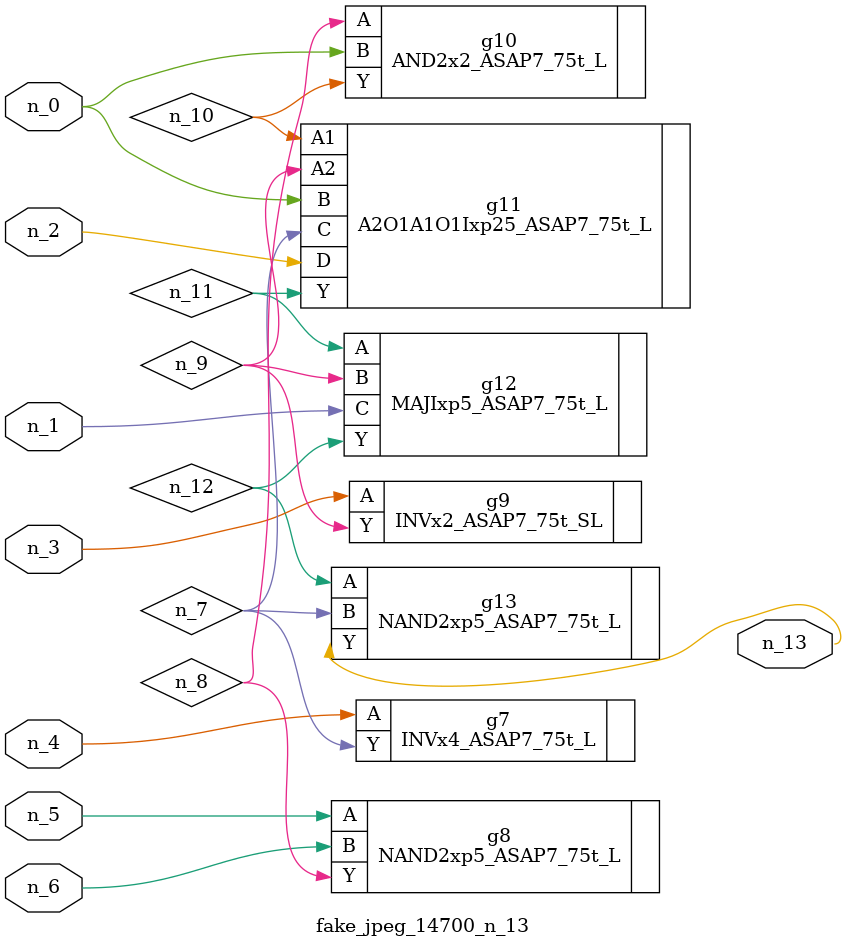
<source format=v>
module fake_jpeg_14700_n_13 (n_3, n_2, n_1, n_0, n_4, n_6, n_5, n_13);

input n_3;
input n_2;
input n_1;
input n_0;
input n_4;
input n_6;
input n_5;

output n_13;

wire n_11;
wire n_10;
wire n_12;
wire n_8;
wire n_9;
wire n_7;

INVx4_ASAP7_75t_L g7 ( 
.A(n_4),
.Y(n_7)
);

NAND2xp5_ASAP7_75t_L g8 ( 
.A(n_5),
.B(n_6),
.Y(n_8)
);

INVx2_ASAP7_75t_SL g9 ( 
.A(n_3),
.Y(n_9)
);

AND2x2_ASAP7_75t_L g10 ( 
.A(n_8),
.B(n_0),
.Y(n_10)
);

A2O1A1O1Ixp25_ASAP7_75t_L g11 ( 
.A1(n_10),
.A2(n_9),
.B(n_0),
.C(n_7),
.D(n_2),
.Y(n_11)
);

MAJIxp5_ASAP7_75t_L g12 ( 
.A(n_11),
.B(n_9),
.C(n_1),
.Y(n_12)
);

NAND2xp5_ASAP7_75t_L g13 ( 
.A(n_12),
.B(n_7),
.Y(n_13)
);


endmodule
</source>
